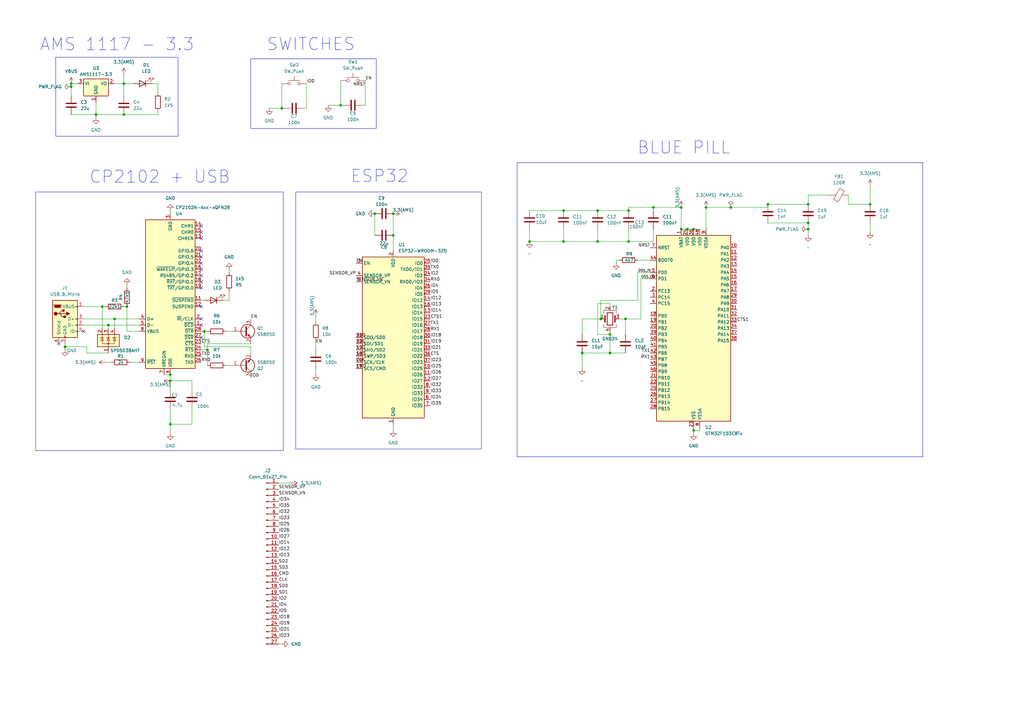
<source format=kicad_sch>
(kicad_sch (version 20250114) (generator "eeschema") (generator_version "9.0")
  (paper "A3")
  (lib_symbols
    (symbol "Connector:Conn_01x27_Pin" (pin_names (offset 1.016) (hide yes))
      (property "Reference" "J" (at 0 35.56 0))
      (property "Value" "Conn_01x27_Pin" (at 0 -35.56 0))
      (symbol "Conn_01x27_Pin_1_1"
        (pin passive line (at 5.08 33.02 180) (length 3.81) (name "Pin_1") (number "1"))
        (pin passive line (at 5.08 30.48 180) (length 3.81) (name "Pin_2") (number "2"))
        (pin passive line (at 5.08 27.94 180) (length 3.81) (name "Pin_3") (number "3"))
        (pin passive line (at 5.08 25.4 180) (length 3.81) (name "Pin_4") (number "4"))
        (pin passive line (at 5.08 22.86 180) (length 3.81) (name "Pin_5") (number "5"))
        (pin passive line (at 5.08 20.32 180) (length 3.81) (name "Pin_6") (number "6"))
        (pin passive line (at 5.08 17.78 180) (length 3.81) (name "Pin_7") (number "7"))
        (pin passive line (at 5.08 15.24 180) (length 3.81) (name "Pin_8") (number "8"))
        (pin passive line (at 5.08 12.7 180) (length 3.81) (name "Pin_9") (number "9"))
        (pin passive line (at 5.08 10.16 180) (length 3.81) (name "Pin_10") (number "10"))
        (pin passive line (at 5.08 7.62 180) (length 3.81) (name "Pin_11") (number "11"))
        (pin passive line (at 5.08 5.08 180) (length 3.81) (name "Pin_12") (number "12"))
        (pin passive line (at 5.08 2.54 180) (length 3.81) (name "Pin_13") (number "13"))
        (pin passive line (at 5.08 0 180) (length 3.81) (name "Pin_14") (number "14"))
        (pin passive line (at 5.08 -2.54 180) (length 3.81) (name "Pin_15") (number "15"))
        (pin passive line (at 5.08 -5.08 180) (length 3.81) (name "Pin_16") (number "16"))
        (pin passive line (at 5.08 -7.62 180) (length 3.81) (name "Pin_17") (number "17"))
        (pin passive line (at 5.08 -10.16 180) (length 3.81) (name "Pin_18") (number "18"))
        (pin passive line (at 5.08 -12.7 180) (length 3.81) (name "Pin_19") (number "19"))
        (pin passive line (at 5.08 -15.24 180) (length 3.81) (name "Pin_20") (number "20"))
        (pin passive line (at 5.08 -17.78 180) (length 3.81) (name "Pin_21") (number "21"))
        (pin passive line (at 5.08 -20.32 180) (length 3.81) (name "Pin_22") (number "22"))
        (pin passive line (at 5.08 -22.86 180) (length 3.81) (name "Pin_23") (number "23"))
        (pin passive line (at 5.08 -25.4 180) (length 3.81) (name "Pin_24") (number "24"))
        (pin passive line (at 5.08 -27.94 180) (length 3.81) (name "Pin_25") (number "25"))
        (pin passive line (at 5.08 -30.48 180) (length 3.81) (name "Pin_26") (number "26"))
        (pin passive line (at 5.08 -33.02 180) (length 3.81) (name "Pin_27") (number "27"))
      )
    )
    (symbol "Connector:USB_B_Micro" (pin_names (offset 1.016))
      (property "Reference" "J" (at -5.08 11.43 0))
      (property "Value" "USB_B_Micro" (at -5.08 8.89 0))
      (symbol "USB_B_Micro_1_1"
        (pin passive line (at -2.54 -10.16 90) (length 2.54) (name "Shield") (number "6"))
        (pin power_out line (at 0 -10.16 90) (length 2.54) (name "GND") (number "5"))
        (pin power_out line (at 7.62 5.08 180) (length 2.54) (name "VBUS") (number "1"))
        (pin bidirectional line (at 7.62 0 180) (length 2.54) (name "D+") (number "3"))
        (pin bidirectional line (at 7.62 -2.54 180) (length 2.54) (name "D-") (number "2"))
        (pin passive line (at 7.62 -5.08 180) (length 2.54) (name "ID") (number "4"))
      )
    )
    (symbol "Device:C" (pin_numbers (hide yes)) (pin_names (offset 0.254))
      (property "Reference" "C" (at 0.635 2.54 0))
      (property "Value" "C" (at 0.635 -2.54 0))
      (symbol "C_1_1"
        (pin passive line (at 0 3.81 270) (length 2.794) (name "~") (number "1"))
        (pin passive line (at 0 -3.81 90) (length 2.794) (name "~") (number "2"))
      )
    )
    (symbol "Device:Crystal_GND24" (pin_names (offset 1.016) (hide yes))
      (property "Reference" "Y" (at 3.175 5.08 0))
      (property "Value" "Crystal_GND24" (at 3.175 3.175 0))
      (symbol "Crystal_GND24_1_1"
        (pin passive line (at -3.81 0 0) (length 1.27) (name "1") (number "1"))
        (pin passive line (at 0 5.08 270) (length 1.27) (name "2") (number "2"))
        (pin passive line (at 0 -5.08 90) (length 1.27) (name "4") (number "4"))
        (pin passive line (at 3.81 0 180) (length 1.27) (name "3") (number "3"))
      )
    )
    (symbol "Device:FerriteBead" (pin_numbers (hide yes)) (pin_names (offset 0))
      (property "Reference" "FB" (at -3.81 0.635 90))
      (property "Value" "FerriteBead" (at 3.81 0 90))
      (symbol "FerriteBead_1_1"
        (pin passive line (at 0 3.81 270) (length 2.54) (name "~") (number "1"))
        (pin passive line (at 0 -3.81 90) (length 2.54) (name "~") (number "2"))
      )
    )
    (symbol "Device:LED" (pin_numbers (hide yes)) (pin_names (offset 1.016) (hide yes))
      (property "Reference" "D" (at 0 2.54 0))
      (property "Value" "LED" (at 0 -2.54 0))
      (symbol "LED_1_1"
        (pin passive line (at -3.81 0 0) (length 2.54) (name "K") (number "1"))
        (pin passive line (at 3.81 0 180) (length 2.54) (name "A") (number "2"))
      )
    )
    (symbol "Device:R" (pin_numbers (hide yes)) (pin_names (offset 0))
      (property "Reference" "R" (at 2.032 0 90))
      (property "Value" "R" (at 0 0 90))
      (symbol "R_1_1"
        (pin passive line (at 0 3.81 270) (length 1.27) (name "~") (number "1"))
        (pin passive line (at 0 -3.81 90) (length 1.27) (name "~") (number "2"))
      )
    )
    (symbol "Interface_USB:CP2102N-Axx-xQFN28"
      (property "Reference" "U" (at -8.89 31.75 0))
      (property "Value" "CP2102N-Axx-xQFN28" (at 12.7 31.75 0))
      (symbol "CP2102N-Axx-xQFN28_1_1"
        (pin input line (at -12.7 27.94 0) (length 2.54) (name "~{RST}") (number "9"))
        (pin input line (at -12.7 15.24 0) (length 2.54) (name "VBUS") (number "8"))
        (pin bidirectional line (at -12.7 12.7 0) (length 2.54) (name "D-") (number "5"))
        (pin bidirectional line (at -12.7 10.16 0) (length 2.54) (name "D+") (number "4"))
        (pin no_connect line (at -10.16 -27.94 0) (length 2.54) (hide yes) (name "NC") (number "10"))
        (pin power_in line (at -2.54 33.02 270) (length 2.54) (name "VREGIN") (number "7"))
        (pin power_in line (at 0 33.02 270) (length 2.54) (name "VDD") (number "6"))
        (pin passive line (at 0 -33.02 90) (length 2.54) (hide yes) (name "GND") (number "29"))
        (pin power_in line (at 0 -33.02 90) (length 2.54) (name "GND") (number "3"))
        (pin output line (at 12.7 27.94 180) (length 2.54) (name "TXD") (number "26"))
        (pin input line (at 12.7 25.4 180) (length 2.54) (name "RXD") (number "25"))
        (pin output line (at 12.7 22.86 180) (length 2.54) (name "~{RTS}") (number "24"))
        (pin input line (at 12.7 20.32 180) (length 2.54) (name "~{CTS}") (number "23"))
        (pin input line (at 12.7 17.78 180) (length 2.54) (name "~{DSR}") (number "27"))
        (pin output line (at 12.7 15.24 180) (length 2.54) (name "~{DTR}") (number "28"))
        (pin input line (at 12.7 12.7 180) (length 2.54) (name "~{DCD}") (number "1"))
        (pin bidirectional line (at 12.7 10.16 180) (length 2.54) (name "~{RI}/CLK") (number "2"))
        (pin output line (at 12.7 5.08 180) (length 2.54) (name "SUSPEND") (number "12"))
        (pin output line (at 12.7 2.54 180) (length 2.54) (name "~{SUSPEND}") (number "11"))
        (pin bidirectional line (at 12.7 -2.54 180) (length 2.54) (name "~{TXT}/GPIO.0") (number "19"))
        (pin bidirectional line (at 12.7 -5.08 180) (length 2.54) (name "~{RXT}/GPIO.1") (number "18"))
        (pin bidirectional line (at 12.7 -7.62 180) (length 2.54) (name "RS485/GPIO.2") (number "17"))
        (pin bidirectional line (at 12.7 -10.16 180) (length 2.54) (name "~{WAKEUP}/GPIO.3") (number "16"))
        (pin bidirectional line (at 12.7 -12.7 180) (length 2.54) (name "GPIO.4") (number "22"))
        (pin bidirectional line (at 12.7 -15.24 180) (length 2.54) (name "GPIO.5") (number "21"))
        (pin bidirectional line (at 12.7 -17.78 180) (length 2.54) (name "GPIO.6") (number "20"))
        (pin output line (at 12.7 -22.86 180) (length 2.54) (name "CHREN") (number "13"))
        (pin output line (at 12.7 -25.4 180) (length 2.54) (name "CHR0") (number "15"))
        (pin output line (at 12.7 -27.94 180) (length 2.54) (name "CHR1") (number "14"))
      )
    )
    (symbol "MCU_ST_STM32F1:STM32F103C8Tx"
      (property "Reference" "U" (at -15.24 39.37 0))
      (property "Value" "STM32F103C8Tx" (at 7.62 39.37 0))
      (symbol "STM32F103C8Tx_1_1"
        (pin input line (at -17.78 33.02 0) (length 2.54) (name "NRST") (number "7"))
        (pin input line (at -17.78 27.94 0) (length 2.54) (name "BOOT0") (number "44"))
        (pin bidirectional line (at -17.78 22.86 0) (length 2.54) (name "PD0") (number "5"))
        (pin bidirectional line (at -17.78 20.32 0) (length 2.54) (name "PD1") (number "6"))
        (pin bidirectional line (at -17.78 15.24 0) (length 2.54) (name "PC13") (number "2"))
        (pin bidirectional line (at -17.78 12.7 0) (length 2.54) (name "PC14") (number "3"))
        (pin bidirectional line (at -17.78 10.16 0) (length 2.54) (name "PC15") (number "4"))
        (pin bidirectional line (at -17.78 5.08 0) (length 2.54) (name "PB0") (number "18"))
        (pin bidirectional line (at -17.78 2.54 0) (length 2.54) (name "PB1") (number "19"))
        (pin bidirectional line (at -17.78 0 0) (length 2.54) (name "PB2") (number "20"))
        (pin bidirectional line (at -17.78 -2.54 0) (length 2.54) (name "PB3") (number "39"))
        (pin bidirectional line (at -17.78 -5.08 0) (length 2.54) (name "PB4") (number "40"))
        (pin bidirectional line (at -17.78 -7.62 0) (length 2.54) (name "PB5") (number "41"))
        (pin bidirectional line (at -17.78 -10.16 0) (length 2.54) (name "PB6") (number "42"))
        (pin bidirectional line (at -17.78 -12.7 0) (length 2.54) (name "PB7") (number "43"))
        (pin bidirectional line (at -17.78 -15.24 0) (length 2.54) (name "PB8") (number "45"))
        (pin bidirectional line (at -17.78 -17.78 0) (length 2.54) (name "PB9") (number "46"))
        (pin bidirectional line (at -17.78 -20.32 0) (length 2.54) (name "PB10") (number "21"))
        (pin bidirectional line (at -17.78 -22.86 0) (length 2.54) (name "PB11") (number "22"))
        (pin bidirectional line (at -17.78 -25.4 0) (length 2.54) (name "PB12") (number "25"))
        (pin bidirectional line (at -17.78 -27.94 0) (length 2.54) (name "PB13") (number "26"))
        (pin bidirectional line (at -17.78 -30.48 0) (length 2.54) (name "PB14") (number "27"))
        (pin bidirectional line (at -17.78 -33.02 0) (length 2.54) (name "PB15") (number "28"))
        (pin power_in line (at -5.08 40.64 270) (length 2.54) (name "VBAT") (number "1"))
        (pin power_in line (at -2.54 40.64 270) (length 2.54) (name "VDD") (number "24"))
        (pin power_in line (at 0 40.64 270) (length 2.54) (name "VDD") (number "36"))
        (pin power_in line (at 0 -40.64 90) (length 2.54) (name "VSS") (number "23"))
        (pin passive line (at 0 -40.64 90) (length 2.54) (hide yes) (name "VSS") (number "35"))
        (pin passive line (at 0 -40.64 90) (length 2.54) (hide yes) (name "VSS") (number "47"))
        (pin power_in line (at 2.54 40.64 270) (length 2.54) (name "VDD") (number "48"))
        (pin power_in line (at 2.54 -40.64 90) (length 2.54) (name "VSSA") (number "8"))
        (pin power_in line (at 5.08 40.64 270) (length 2.54) (name "VDDA") (number "9"))
        (pin bidirectional line (at 17.78 33.02 180) (length 2.54) (name "PA0") (number "10"))
        (pin bidirectional line (at 17.78 30.48 180) (length 2.54) (name "PA1") (number "11"))
        (pin bidirectional line (at 17.78 27.94 180) (length 2.54) (name "PA2") (number "12"))
        (pin bidirectional line (at 17.78 25.4 180) (length 2.54) (name "PA3") (number "13"))
        (pin bidirectional line (at 17.78 22.86 180) (length 2.54) (name "PA4") (number "14"))
        (pin bidirectional line (at 17.78 20.32 180) (length 2.54) (name "PA5") (number "15"))
        (pin bidirectional line (at 17.78 17.78 180) (length 2.54) (name "PA6") (number "16"))
        (pin bidirectional line (at 17.78 15.24 180) (length 2.54) (name "PA7") (number "17"))
        (pin bidirectional line (at 17.78 12.7 180) (length 2.54) (name "PA8") (number "29"))
        (pin bidirectional line (at 17.78 10.16 180) (length 2.54) (name "PA9") (number "30"))
        (pin bidirectional line (at 17.78 7.62 180) (length 2.54) (name "PA10") (number "31"))
        (pin bidirectional line (at 17.78 5.08 180) (length 2.54) (name "PA11") (number "32"))
        (pin bidirectional line (at 17.78 2.54 180) (length 2.54) (name "PA12") (number "33"))
        (pin bidirectional line (at 17.78 0 180) (length 2.54) (name "PA13") (number "34"))
        (pin bidirectional line (at 17.78 -2.54 180) (length 2.54) (name "PA14") (number "37"))
        (pin bidirectional line (at 17.78 -5.08 180) (length 2.54) (name "PA15") (number "38"))
      )
    )
    (symbol "Power_Protection:SP0503BAHT" (pin_names (hide yes))
      (property "Reference" "D" (at 5.715 2.54 0))
      (property "Value" "SP0503BAHT" (at 5.715 0.635 0))
      (symbol "SP0503BAHT_0_0"
        (pin passive line (at 0 -5.08 90) (length 2.54) (name "A") (number "1"))
      )
      (symbol "SP0503BAHT_1_1"
        (pin passive line (at -2.54 5.08 270) (length 2.54) (name "K") (number "2"))
        (pin passive line (at 0 5.08 270) (length 2.54) (name "K") (number "3"))
        (pin passive line (at 2.54 5.08 270) (length 2.54) (name "K") (number "4"))
      )
    )
    (symbol "RF_Module:ESP32-WROOM-32D"
      (property "Reference" "U" (at -12.7 34.29 0))
      (property "Value" "ESP32-WROOM-32D" (at 1.27 34.29 0))
      (symbol "ESP32-WROOM-32D_1_1"
        (pin input line (at -15.24 30.48 0) (length 2.54) (name "EN") (number "3"))
        (pin input line (at -15.24 25.4 0) (length 2.54) (name "SENSOR_VP") (number "4"))
        (pin input line (at -15.24 22.86 0) (length 2.54) (name "SENSOR_VN") (number "5"))
        (pin bidirectional line (at -15.24 0 0) (length 2.54) (name "SDO/SD0") (number "21"))
        (pin bidirectional line (at -15.24 -2.54 0) (length 2.54) (name "SDI/SD1") (number "22"))
        (pin bidirectional line (at -15.24 -5.08 0) (length 2.54) (name "SHD/SD2") (number "17"))
        (pin bidirectional line (at -15.24 -7.62 0) (length 2.54) (name "SWP/SD3") (number "18"))
        (pin bidirectional line (at -15.24 -10.16 0) (length 2.54) (name "SCK/CLK") (number "20"))
        (pin bidirectional line (at -15.24 -12.7 0) (length 2.54) (name "SCS/CMD") (number "19"))
        (pin no_connect line (at -12.7 -27.94 0) (length 2.54) (hide yes) (name "NC") (number "32"))
        (pin power_in line (at 0 35.56 270) (length 2.54) (name "VDD") (number "2"))
        (pin power_in line (at 0 -35.56 90) (length 2.54) (name "GND") (number "1"))
        (pin passive line (at 0 -35.56 90) (length 2.54) (hide yes) (name "GND") (number "15"))
        (pin passive line (at 0 -35.56 90) (length 2.54) (hide yes) (name "GND") (number "38"))
        (pin passive line (at 0 -35.56 90) (length 2.54) (hide yes) (name "GND") (number "39"))
        (pin bidirectional line (at 15.24 30.48 180) (length 2.54) (name "IO0") (number "25"))
        (pin bidirectional line (at 15.24 27.94 180) (length 2.54) (name "TXD0/IO1") (number "35"))
        (pin bidirectional line (at 15.24 25.4 180) (length 2.54) (name "IO2") (number "24"))
        (pin bidirectional line (at 15.24 22.86 180) (length 2.54) (name "RXD0/IO3") (number "34"))
        (pin bidirectional line (at 15.24 20.32 180) (length 2.54) (name "IO4") (number "26"))
        (pin bidirectional line (at 15.24 17.78 180) (length 2.54) (name "IO5") (number "29"))
        (pin bidirectional line (at 15.24 15.24 180) (length 2.54) (name "IO12") (number "14"))
        (pin bidirectional line (at 15.24 12.7 180) (length 2.54) (name "IO13") (number "16"))
        (pin bidirectional line (at 15.24 10.16 180) (length 2.54) (name "IO14") (number "13"))
        (pin bidirectional line (at 15.24 7.62 180) (length 2.54) (name "IO15") (number "23"))
        (pin bidirectional line (at 15.24 5.08 180) (length 2.54) (name "IO16") (number "27"))
        (pin bidirectional line (at 15.24 2.54 180) (length 2.54) (name "IO17") (number "28"))
        (pin bidirectional line (at 15.24 0 180) (length 2.54) (name "IO18") (number "30"))
        (pin bidirectional line (at 15.24 -2.54 180) (length 2.54) (name "IO19") (number "31"))
        (pin bidirectional line (at 15.24 -5.08 180) (length 2.54) (name "IO21") (number "33"))
        (pin bidirectional line (at 15.24 -7.62 180) (length 2.54) (name "IO22") (number "36"))
        (pin bidirectional line (at 15.24 -10.16 180) (length 2.54) (name "IO23") (number "37"))
        (pin bidirectional line (at 15.24 -12.7 180) (length 2.54) (name "IO25") (number "10"))
        (pin bidirectional line (at 15.24 -15.24 180) (length 2.54) (name "IO26") (number "11"))
        (pin bidirectional line (at 15.24 -17.78 180) (length 2.54) (name "IO27") (number "12"))
        (pin bidirectional line (at 15.24 -20.32 180) (length 2.54) (name "IO32") (number "8"))
        (pin bidirectional line (at 15.24 -22.86 180) (length 2.54) (name "IO33") (number "9"))
        (pin input line (at 15.24 -25.4 180) (length 2.54) (name "IO34") (number "6"))
        (pin input line (at 15.24 -27.94 180) (length 2.54) (name "IO35") (number "7"))
      )
    )
    (symbol "Regulator_Linear:AMS1117-3.3"
      (property "Reference" "U" (at -3.81 3.175 0))
      (property "Value" "AMS1117-3.3" (at 0 3.175 0))
      (symbol "AMS1117-3.3_1_1"
        (pin power_in line (at -7.62 0 0) (length 2.54) (name "VI") (number "3"))
        (pin power_in line (at 0 -7.62 90) (length 2.54) (name "GND") (number "1"))
        (pin power_out line (at 7.62 0 180) (length 2.54) (name "VO") (number "2"))
      )
    )
    (symbol "Switch:SW_Push" (pin_numbers (hide yes)) (pin_names (offset 1.016) (hide yes))
      (property "Reference" "SW" (at 1.27 2.54 0))
      (property "Value" "SW_Push" (at 0 -1.524 0))
      (symbol "SW_Push_0_1"
        (pin passive line (at -5.08 0 0) (length 2.54) (name "1") (number "1"))
        (pin passive line (at 5.08 0 180) (length 2.54) (name "2") (number "2"))
      )
    )
    (symbol "Transistor_BJT:SS8050" (pin_names (offset 0) (hide yes))
      (property "Reference" "Q" (at 5.08 1.905 0))
      (property "Value" "SS8050" (at 5.08 0 0))
      (symbol "SS8050_1_1"
        (pin input line (at -5.08 0 0) (length 2.54) (name "B") (number "1"))
        (pin passive line (at 2.54 5.08 270) (length 2.54) (name "C") (number "3"))
        (pin passive line (at 2.54 -5.08 90) (length 2.54) (name "E") (number "2"))
      )
    )
    (symbol "power:+3.3V" (power) (pin_numbers (hide yes)) (pin_names (offset 0) (hide yes))
      (property "Value" "+3.3V" (at 0 3.556 0))
      (symbol "+3.3V_1_1"
        (pin power_in line (at 0 0 90) (length 0) (name "~") (number "1"))
      )
    )
    (symbol "power:GND" (power) (pin_numbers (hide yes)) (pin_names (offset 0) (hide yes))
      (property "Value" "GND" (at 0 -3.81 0))
      (symbol "GND_1_1"
        (pin power_in line (at 0 0 270) (length 0) (name "~") (number "1"))
      )
    )
    (symbol "power:PWR_FLAG" (power) (pin_numbers (hide yes)) (pin_names (offset 0) (hide yes))
      (property "Value" "PWR_FLAG" (at 0 3.81 0))
      (symbol "PWR_FLAG_0_0"
        (pin power_out line (at 0 0 90) (length 0) (name "~") (number "1"))
      )
    )
    (symbol "power:VBUS" (power) (pin_numbers (hide yes)) (pin_names (offset 0) (hide yes))
      (property "Value" "VBUS" (at 0 3.556 0))
      (symbol "VBUS_1_1"
        (pin power_in line (at 0 0 90) (length 0) (name "~") (number "1"))
      )
    )
  )
  (rectangle (start 121.285 78.74) (end 197.485 184.15))
  (rectangle (start 102.87 24.13) (end 154.305 52.705))
  (rectangle (start 212.09 66.675) (end 378.46 187.325))
  (rectangle (start 14.605 78.74) (end 116.205 184.785))
  (rectangle (start 22.86 23.495) (end 73.025 55.88))
  (text "ESP32\n" (at 155.702 72.39 0) (effects (font (size 5 5))))
  (text "CP2102 + USB\n\n" (at 65.532 76.708 0) (effects (font (size 5 5))))
  (text "AMS 1117 - 3.3\n\n" (at 48.006 22.352 0) (effects (font (size 5 5))))
  (text "SWITCHES" (at 127.508 18.288 0) (effects (font (size 5 5))))
  (text "BLUE PILL" (at 280.416 60.706 0) (effects (font (size 5 5))))
  (junction (at 238.76 144.78))
  (junction (at 279.4 93.98))
  (junction (at 217.17 99.06))
  (junction (at 231.14 99.06))
  (junction (at 331.47 91.44))
  (junction (at 115.57 44.45))
  (junction (at 83.82 135.89))
  (junction (at 161.29 96.52))
  (junction (at 250.19 144.78))
  (junction (at 331.47 83.82))
  (junction (at 52.07 125.73))
  (junction (at 231.14 86.36))
  (junction (at 246.38 130.81))
  (junction (at 161.29 87.63))
  (junction (at 267.97 85.09))
  (junction (at 279.4 85.09))
  (junction (at 299.72 85.09))
  (junction (at 29.21 34.29))
  (junction (at 29.21 35.56))
  (junction (at 284.48 176.53))
  (junction (at 41.91 125.73))
  (junction (at 314.96 83.82))
  (junction (at 50.8 46.99))
  (junction (at 284.48 93.98))
  (junction (at 50.8 34.29))
  (junction (at 69.85 153.67))
  (junction (at 281.94 93.98))
  (junction (at 153.67 87.63))
  (junction (at 39.37 46.99))
  (junction (at 256.54 130.81))
  (junction (at 356.87 83.82))
  (junction (at 257.81 99.06))
  (junction (at 26.67 142.24))
  (junction (at 69.85 173.99))
  (junction (at 257.81 86.36))
  (junction (at 139.7 43.18))
  (junction (at 69.85 156.21))
  (junction (at 331.47 93.98))
  (junction (at 245.11 86.36))
  (junction (at 245.11 99.06))
  (junction (at 44.45 133.35))
  (junction (at 46.99 130.81))
  (junction (at 250.19 137.16))
  (junction (at 289.56 85.09))
  (junction (at 85.09 143.51))
  (no_connect (at 82.55 97.79))
  (no_connect (at 34.29 135.89))
  (no_connect (at 82.55 125.73))
  (no_connect (at 82.55 107.95))
  (no_connect (at 82.55 133.35))
  (no_connect (at 82.55 115.57))
  (no_connect (at 82.55 92.71))
  (no_connect (at 82.55 105.41))
  (no_connect (at 24.13 140.97))
  (no_connect (at 82.55 110.49))
  (no_connect (at 82.55 138.43))
  (no_connect (at 82.55 102.87))
  (no_connect (at 82.55 130.81))
  (no_connect (at 82.55 118.11))
  (no_connect (at 82.55 113.03))
  (no_connect (at 82.55 95.25))
  (wire (pts (xy 29.21 35.56) (xy 29.21 39.37)))
  (wire (pts (xy 69.85 156.21) (xy 69.85 160.02)))
  (wire (pts (xy 252.73 106.68) (xy 254 106.68)))
  (wire (pts (xy 289.56 85.09) (xy 289.56 93.98)))
  (wire (pts (xy 356.87 76.2) (xy 356.87 83.82)))
  (wire (pts (xy 83.82 142.24) (xy 102.87 142.24)))
  (wire (pts (xy 238.76 130.81) (xy 238.76 137.16)))
  (wire (pts (xy 26.67 140.97) (xy 26.67 142.24)))
  (wire (pts (xy 114.3 198.12) (xy 119.38 198.12)))
  (wire (pts (xy 50.8 125.73) (xy 52.07 125.73)))
  (wire (pts (xy 250.19 144.78) (xy 256.54 144.78)))
  (wire (pts (xy 231.14 93.98) (xy 231.14 99.06)))
  (wire (pts (xy 83.82 135.89) (xy 83.82 142.24)))
  (wire (pts (xy 217.17 86.36) (xy 231.14 86.36)))
  (wire (pts (xy 284.48 176.53) (xy 287.02 176.53)))
  (wire (pts (xy 257.81 85.09) (xy 257.81 86.36)))
  (wire (pts (xy 52.07 116.84) (xy 52.07 118.11)))
  (wire (pts (xy 245.11 99.06) (xy 245.11 93.98)))
  (wire (pts (xy 46.99 130.81) (xy 57.15 130.81)))
  (wire (pts (xy 82.55 143.51) (xy 85.09 143.51)))
  (wire (pts (xy 129.54 151.13) (xy 129.54 153.67)))
  (wire (pts (xy 161.29 96.52) (xy 161.29 102.87)))
  (wire (pts (xy 52.07 135.89) (xy 57.15 135.89)))
  (wire (pts (xy 93.98 110.49) (xy 93.98 111.76)))
  (wire (pts (xy 267.97 85.09) (xy 257.81 85.09)))
  (wire (pts (xy 262.89 114.3) (xy 266.7 114.3)))
  (wire (pts (xy 347.98 80.01) (xy 347.98 83.82)))
  (wire (pts (xy 125.73 34.29) (xy 125.73 44.45)))
  (wire (pts (xy 52.07 125.73) (xy 52.07 135.89)))
  (wire (pts (xy 299.72 85.09) (xy 314.96 85.09)))
  (wire (pts (xy 267.97 99.06) (xy 267.97 93.98)))
  (wire (pts (xy 281.94 93.98) (xy 284.48 93.98)))
  (wire (pts (xy 287.02 176.53) (xy 287.02 175.26)))
  (wire (pts (xy 26.67 142.24) (xy 35.56 142.24)))
  (wire (pts (xy 261.62 106.68) (xy 266.7 106.68)))
  (wire (pts (xy 238.76 144.78) (xy 250.19 144.78)))
  (wire (pts (xy 245.11 86.36) (xy 257.81 86.36)))
  (wire (pts (xy 64.77 38.1) (xy 64.77 34.29)))
  (wire (pts (xy 246.38 123.19) (xy 246.38 130.81)))
  (wire (pts (xy 34.29 130.81) (xy 46.99 130.81)))
  (wire (pts (xy 356.87 91.44) (xy 356.87 95.25)))
  (wire (pts (xy 331.47 93.98) (xy 331.47 96.52)))
  (wire (pts (xy 161.29 87.63) (xy 161.29 96.52)))
  (wire (pts (xy 261.62 123.19) (xy 246.38 123.19)))
  (wire (pts (xy 314.96 91.44) (xy 331.47 91.44)))
  (wire (pts (xy 254 130.81) (xy 256.54 130.81)))
  (wire (pts (xy 115.57 34.29) (xy 115.57 44.45)))
  (wire (pts (xy 250.19 124.46) (xy 250.19 125.73)))
  (wire (pts (xy 262.89 130.81) (xy 262.89 114.3)))
  (wire (pts (xy 67.31 153.67) (xy 69.85 153.67)))
  (wire (pts (xy 43.18 148.59) (xy 45.72 148.59)))
  (wire (pts (xy 69.85 167.64) (xy 69.85 173.99)))
  (wire (pts (xy 64.77 46.99) (xy 64.77 45.72)))
  (wire (pts (xy 78.74 173.99) (xy 78.74 167.64)))
  (wire (pts (xy 289.56 85.09) (xy 299.72 85.09)))
  (wire (pts (xy 46.99 130.81) (xy 46.99 134.62)))
  (wire (pts (xy 26.67 142.24) (xy 26.67 143.51)))
  (wire (pts (xy 246.38 130.81) (xy 238.76 130.81)))
  (wire (pts (xy 284.48 175.26) (xy 284.48 176.53)))
  (wire (pts (xy 261.62 111.76) (xy 266.7 111.76)))
  (wire (pts (xy 262.89 130.81) (xy 256.54 130.81)))
  (wire (pts (xy 149.86 33.02) (xy 149.86 43.18)))
  (wire (pts (xy 78.74 156.21) (xy 78.74 160.02)))
  (wire (pts (xy 29.21 34.29) (xy 31.75 34.29)))
  (wire (pts (xy 331.47 80.01) (xy 331.47 83.82)))
  (wire (pts (xy 93.98 123.19) (xy 91.44 123.19)))
  (wire (pts (xy 50.8 30.48) (xy 50.8 34.29)))
  (wire (pts (xy 257.81 99.06) (xy 267.97 99.06)))
  (wire (pts (xy 69.85 173.99) (xy 78.74 173.99)))
  (wire (pts (xy 340.36 80.01) (xy 331.47 80.01)))
  (wire (pts (xy 129.54 139.7) (xy 129.54 143.51)))
  (wire (pts (xy 41.91 125.73) (xy 43.18 125.73)))
  (wire (pts (xy 231.14 99.06) (xy 245.11 99.06)))
  (wire (pts (xy 85.09 140.97) (xy 85.09 143.51)))
  (wire (pts (xy 50.8 34.29) (xy 50.8 39.37)))
  (wire (pts (xy 39.37 46.99) (xy 50.8 46.99)))
  (wire (pts (xy 245.11 124.46) (xy 245.11 137.16)))
  (wire (pts (xy 92.71 149.86) (xy 95.25 149.86)))
  (wire (pts (xy 279.4 85.09) (xy 267.97 85.09)))
  (wire (pts (xy 267.97 85.09) (xy 267.97 86.36)))
  (wire (pts (xy 44.45 133.35) (xy 57.15 133.35)))
  (wire (pts (xy 64.77 34.29) (xy 62.23 34.29)))
  (wire (pts (xy 257.81 99.06) (xy 257.81 93.98)))
  (wire (pts (xy 134.62 43.18) (xy 139.7 43.18)))
  (wire (pts (xy 93.98 119.38) (xy 93.98 123.19)))
  (wire (pts (xy 217.17 99.06) (xy 217.17 93.98)))
  (wire (pts (xy 29.21 46.99) (xy 39.37 46.99)))
  (wire (pts (xy 85.09 143.51) (xy 85.09 149.86)))
  (wire (pts (xy 245.11 124.46) (xy 250.19 124.46)))
  (wire (pts (xy 39.37 41.91) (xy 39.37 46.99)))
  (wire (pts (xy 114.3 264.16) (xy 115.57 264.16)))
  (wire (pts (xy 39.37 46.99) (xy 39.37 48.26)))
  (wire (pts (xy 139.7 33.02) (xy 139.7 43.18)))
  (wire (pts (xy 238.76 144.78) (xy 238.76 151.13)))
  (wire (pts (xy 256.54 130.81) (xy 256.54 137.16)))
  (wire (pts (xy 69.85 153.67) (xy 69.85 156.21)))
  (wire (pts (xy 261.62 123.19) (xy 261.62 111.76)))
  (wire (pts (xy 115.57 44.45) (xy 116.84 44.45)))
  (wire (pts (xy 314.96 83.82) (xy 331.47 83.82)))
  (wire (pts (xy 284.48 93.98) (xy 287.02 93.98)))
  (wire (pts (xy 46.99 34.29) (xy 50.8 34.29)))
  (wire (pts (xy 82.55 123.19) (xy 83.82 123.19)))
  (wire (pts (xy 331.47 91.44) (xy 331.47 93.98)))
  (wire (pts (xy 110.49 44.45) (xy 115.57 44.45)))
  (wire (pts (xy 29.21 34.29) (xy 29.21 35.56)))
  (wire (pts (xy 279.4 93.98) (xy 281.94 93.98)))
  (wire (pts (xy 69.85 156.21) (xy 78.74 156.21)))
  (wire (pts (xy 245.11 99.06) (xy 257.81 99.06)))
  (wire (pts (xy 250.19 135.89) (xy 250.19 137.16)))
  (wire (pts (xy 347.98 83.82) (xy 356.87 83.82)))
  (wire (pts (xy 252.73 107.95) (xy 252.73 106.68)))
  (wire (pts (xy 148.59 43.18) (xy 149.86 43.18)))
  (wire (pts (xy 35.56 144.78) (xy 44.45 144.78)))
  (wire (pts (xy 82.55 135.89) (xy 83.82 135.89)))
  (wire (pts (xy 69.85 86.36) (xy 69.85 87.63)))
  (wire (pts (xy 250.19 137.16) (xy 250.19 144.78)))
  (wire (pts (xy 41.91 125.73) (xy 41.91 134.62)))
  (wire (pts (xy 279.4 85.09) (xy 279.4 93.98)))
  (wire (pts (xy 139.7 43.18) (xy 140.97 43.18)))
  (wire (pts (xy 314.96 85.09) (xy 314.96 83.82)))
  (wire (pts (xy 245.11 137.16) (xy 250.19 137.16)))
  (wire (pts (xy 124.46 44.45) (xy 125.73 44.45)))
  (wire (pts (xy 34.29 125.73) (xy 41.91 125.73)))
  (wire (pts (xy 50.8 34.29) (xy 54.61 34.29)))
  (wire (pts (xy 102.87 140.97) (xy 85.09 140.97)))
  (wire (pts (xy 231.14 99.06) (xy 217.17 99.06)))
  (wire (pts (xy 284.48 176.53) (xy 284.48 177.8)))
  (wire (pts (xy 153.67 87.63) (xy 153.67 96.52)))
  (wire (pts (xy 50.8 46.99) (xy 64.77 46.99)))
  (wire (pts (xy 231.14 86.36) (xy 245.11 86.36)))
  (wire (pts (xy 102.87 142.24) (xy 102.87 144.78)))
  (wire (pts (xy 35.56 142.24) (xy 35.56 144.78)))
  (wire (pts (xy 69.85 173.99) (xy 69.85 177.8)))
  (wire (pts (xy 129.54 129.54) (xy 129.54 132.08)))
  (wire (pts (xy 34.29 133.35) (xy 44.45 133.35)))
  (wire (pts (xy 53.34 148.59) (xy 57.15 148.59)))
  (wire (pts (xy 161.29 173.99) (xy 161.29 176.53)))
  (wire (pts (xy 83.82 135.89) (xy 85.09 135.89)))
  (wire (pts (xy 92.71 135.89) (xy 95.25 135.89)))
  (wire (pts (xy 44.45 133.35) (xy 44.45 134.62)))
  (label "IO4" (at 114.3 248.92 0))
  (label "IO12" (at 114.3 226.06 0))
  (label "IO18" (at 176.53 138.43 0))
  (label "SD3" (at 146.05 146.05 0))
  (label "TX0" (at 82.55 146.05 0))
  (label "IO14" (at 176.53 128.27 0))
  (label "IO27" (at 176.53 156.21 0))
  (label "SENSOR_VN" (at 114.3 203.2 0))
  (label "NRST" (at 266.7 101.6 180))
  (label "OSS_OUT" (at 262.89 114.3 0) (effects (font (size 1 1))))
  (label "RX1" (at 176.53 135.89 0))
  (label "IO25" (at 176.53 151.13 0))
  (label "IO27" (at 114.3 220.98 0))
  (label "IO32" (at 114.3 210.82 0))
  (label "CMD" (at 146.05 151.13 0))
  (label "EN" (at 102.87 130.81 0))
  (label "SD1" (at 114.3 243.84 0))
  (label "EN" (at 146.05 107.95 0))
  (label "IO0" (at 125.73 34.29 0))
  (label "IO26" (at 114.3 218.44 0))
  (label "TX1" (at 266.7 144.78 180))
  (label "IO26" (at 176.53 153.67 0))
  (label "CTS1" (at 176.53 130.81 0))
  (label "IO25" (at 114.3 215.9 0))
  (label "SENSOR_VP" (at 146.05 113.03 180))
  (label "IO35" (at 114.3 208.28 0))
  (label "SENSOR_VN" (at 146.05 115.57 0))
  (label "SD0" (at 114.3 241.3 0))
  (label "IO35" (at 176.53 166.37 0))
  (label "IO4" (at 176.53 118.11 0))
  (label "SD0" (at 146.05 138.43 0))
  (label "CTS" (at 82.55 140.97 0))
  (label "RX1" (at 266.7 147.32 180))
  (label "RX0" (at 82.55 148.59 0))
  (label "IO2" (at 114.3 246.38 0))
  (label "IO13" (at 176.53 125.73 0))
  (label "IO18" (at 114.3 254 0))
  (label "IO23" (at 176.53 148.59 0))
  (label "IO33" (at 114.3 213.36 0))
  (label "IO34" (at 114.3 205.74 0))
  (label "IO5" (at 176.53 120.65 0))
  (label "IO14" (at 114.3 223.52 0))
  (label "IO5" (at 114.3 251.46 0))
  (label "CLK" (at 146.05 148.59 0))
  (label "IO23" (at 114.3 261.62 0))
  (label "IO19" (at 114.3 256.54 0))
  (label "CTS1" (at 302.26 132.08 0))
  (label "SD3" (at 114.3 233.68 0))
  (label "IO19" (at 176.53 140.97 0))
  (label "IO2" (at 176.53 113.03 0))
  (label "EN" (at 149.86 33.02 0))
  (label "IO21" (at 114.3 259.08 0))
  (label "IO33" (at 176.53 161.29 0))
  (label "OSS_IN" (at 261.62 111.76 0) (effects (font (size 1 1))))
  (label "SD2" (at 114.3 231.14 0))
  (label "IO21" (at 176.53 143.51 0))
  (label "IO0" (at 102.87 154.94 0))
  (label "CLK" (at 114.3 238.76 0))
  (label "IO32" (at 176.53 158.75 0))
  (label "TX1" (at 176.53 133.35 0))
  (label "CTS" (at 176.53 146.05 0))
  (label "SENSOR_VP" (at 114.3 200.66 0))
  (label "SD1" (at 146.05 140.97 0))
  (label "RX0" (at 176.53 115.57 0))
  (label "IO12" (at 176.53 123.19 0))
  (label "IO13" (at 114.3 228.6 0))
  (label "SD2" (at 146.05 143.51 0))
  (label "IO0" (at 176.53 107.95 0))
  (label "IO34" (at 176.53 163.83 0))
  (label "NRST" (at 149.86 35.56 180))
  (label "EN" (at 129.54 140.97 0))
  (label "TX0" (at 176.53 110.49 0))
  (label "CMD" (at 114.3 236.22 0))
  (symbol (lib_id "power:GND") (at 284.48 177.8 0) (unit 1)
    (property "Reference" "#PWR019" (effects (hide yes)))
    (property "Value" "GND" (at 284.48 182.88 0))
    (property "Description" "Power symbol creates a global label with name \"GND\" , ground" (effects (hide yes)))
  )
  (symbol (lib_id "Device:R") (at 88.9 149.86 90) (unit 1)
    (property "Reference" "R7" (at 88.9 143.51 90))
    (property "Value" "10k" (at 88.9 146.05 90))
    (property "Description" "Resistor" (effects (hide yes)))
  )
  (symbol (lib_id "Device:C") (at 78.74 163.83 0) (unit 1)
    (property "Reference" "C2" (at 80.264 161.798 0) (effects (justify left)))
    (property "Value" "100n" (at 80.772 166.624 0) (effects (justify left)))
    (property "Description" "Unpolarized capacitor" (effects (hide yes)))
  )
  (symbol (lib_id "power:VBUS") (at 279.4 85.09 0) (unit 1)
    (property "Reference" "#PWR016" (effects (hide yes)))
    (property "Value" "3.3(AMS)" (at 277.876 85.344 90) (effects (justify left)))
    (property "Description" "Power symbol creates a global label with name \"VBUS\"" (effects (hide yes)))
  )
  (symbol (lib_id "power:VBUS") (at 129.54 129.54 0) (unit 1)
    (property "Reference" "#PWR012" (effects (hide yes)))
    (property "Value" "3.3(AMS)" (at 128.016 129.794 90) (effects (justify left)))
    (property "Description" "Power symbol creates a global label with name \"VBUS\"" (effects (hide yes)))
  )
  (symbol (lib_id "power:GND") (at 134.62 43.18 0) (unit 1)
    (property "Reference" "#PWR011" (effects (hide yes)))
    (property "Value" "GND" (at 134.62 48.26 0))
    (property "Description" "Power symbol creates a global label with name \"GND\" , ground" (effects (hide yes)))
  )
  (symbol (lib_id "power:GND") (at 26.67 143.51 0) (unit 1)
    (property "Reference" "#PWR05" (effects (hide yes)))
    (property "Value" "GND" (at 29.464 143.764 0))
    (property "Description" "Power symbol creates a global label with name \"GND\" , ground" (effects (hide yes)))
  )
  (symbol (lib_id "Device:C") (at 356.87 87.63 0) (unit 1)
    (property "Reference" "C16" (at 360.68 86.3599 0) (effects (justify left)))
    (property "Value" "1uF" (at 360.68 88.8999 0) (effects (justify left)))
    (property "Footprint" "Capacitor_SMD:C_0402_1005Metric" (effects (hide yes)))
    (property "Description" "Unpolarized capacitor" (effects (hide yes)))
  )
  (symbol (lib_id "power:+3.3V") (at 356.87 76.2 0) (unit 1)
    (property "Reference" "#PWR022" (effects (hide yes)))
    (property "Value" "3.3(AMS)" (at 356.87 71.12 0))
    (property "Description" "Power symbol creates a global label with name \"+3.3V\"" (effects (hide yes)))
  )
  (symbol (lib_id "Device:C") (at 50.8 43.18 0) (unit 1)
    (property "Reference" "C4" (at 54.61 41.9099 0) (effects (justify left)))
    (property "Value" "22u" (at 54.61 44.4499 0) (effects (justify left)))
    (property "Description" "Unpolarized capacitor" (effects (hide yes)))
  )
  (symbol (lib_id "Device:C") (at 238.76 140.97 0) (unit 1)
    (property "Reference" "CL1" (at 242.57 139.6999 0) (effects (justify left)))
    (property "Value" "10pF" (at 242.57 142.2399 0) (effects (justify left)))
    (property "Footprint" "Capacitor_SMD:C_0402_1005Metric" (effects (hide yes)))
    (property "Description" "Unpolarized capacitor" (effects (hide yes)))
  )
  (symbol (lib_id "RF_Module:ESP32-WROOM-32D") (at 161.29 138.43 0) (unit 1)
    (property "Reference" "U1" (at 163.4333 100.33 0) (effects (justify left)))
    (property "Value" "ESP32-WROOM-32D" (at 163.4333 102.87 0) (effects (justify left)))
    (property "Footprint" "RF_Module:ESP32-WROOM-32D" (effects (hide yes)))
    (property "Datasheet" "https://www.espressif.com/sites/default/files/documentation/esp32-wroom-32d_esp32-wroom-32u_datasheet_en.pdf" (effects (hide yes)))
    (property "Description" "RF Module, ESP32-D0WD SoC, Wi-Fi 802.11b/g/n, Bluetooth, BLE, 32-bit, 2.7-3.6V, onboard antenna, SMD" (effects (hide yes)))
  )
  (symbol (lib_id "power:PWR_FLAG") (at 331.47 93.98 90) (unit 1)
    (property "Reference" "#FLG0101" (effects (hide yes)))
    (property "Value" "PWR_FLAG" (at 327.66 93.9799 90) (effects (justify left)))
    (property "Description" "Special symbol for telling ERC where power comes from" (effects (hide yes)))
  )
  (symbol (lib_id "Device:LED") (at 87.63 123.19 180) (unit 1)
    (property "Reference" "D3" (at 89.2175 115.57 0))
    (property "Value" "LED" (at 89.2175 118.11 0))
    (property "Description" "Light emitting diode" (effects (hide yes)))
    (property "Sim.Pins" "1=K 2=A" (effects (hide yes)))
  )
  (symbol (lib_id "power:+3.3V") (at 289.56 85.09 0) (unit 1)
    (property "Reference" "#PWR020" (effects (hide yes)))
    (property "Value" "3.3(AMS)" (at 289.56 80.01 0))
    (property "Description" "Power symbol creates a global label with name \"+3.3V\"" (effects (hide yes)))
  )
  (symbol (lib_id "power:GND") (at 110.49 44.45 0) (unit 1)
    (property "Reference" "#PWR014" (effects (hide yes)))
    (property "Value" "GND" (at 110.49 49.53 0))
    (property "Description" "Power symbol creates a global label with name \"GND\" , ground" (effects (hide yes)))
  )
  (symbol (lib_id "power:GND") (at 52.07 116.84 180) (unit 1)
    (property "Reference" "#PWR06" (effects (hide yes)))
    (property "Value" "GND" (at 52.07 111.76 0))
    (property "Description" "Power symbol creates a global label with name \"GND\" , ground" (effects (hide yes)))
  )
  (symbol (lib_id "Device:Crystal_GND24") (at 250.19 130.81 0) (unit 1)
    (property "Reference" "Y1" (at 252.222 125.984 0))
    (property "Value" "GND24" (at 250.19 138.938 0))
    (property "Footprint" "Crystal:Crystal_SMD_3225-4Pin_3.2x2.5mm" (effects (hide yes)))
    (property "Description" "Four pin crystal, GND on pins 2 and 4" (effects (hide yes)))
  )
  (symbol (lib_id "Device:R") (at 93.98 115.57 0) (mirror x) (unit 1)
    (property "Reference" "R5" (at 96.52 116.8401 0) (effects (justify left)))
    (property "Value" "1k5" (at 96.52 114.3001 0) (effects (justify left)))
    (property "Description" "Resistor" (effects (hide yes)))
  )
  (symbol (lib_id "Device:C") (at 157.48 87.63 90) (unit 1)
    (property "Reference" "C9" (at 156.464 81.28 90))
    (property "Value" "100n" (at 156.464 83.82 90))
    (property "Description" "Unpolarized capacitor" (effects (hide yes)))
  )
  (symbol (lib_id "power:GND") (at 69.85 86.36 180) (unit 1)
    (property "Reference" "#PWR03" (effects (hide yes)))
    (property "Value" "GND" (at 69.85 81.28 0))
    (property "Description" "Power symbol creates a global label with name \"GND\" , ground" (effects (hide yes)))
  )
  (symbol (lib_id "Device:C") (at 69.85 163.83 0) (unit 1)
    (property "Reference" "C1" (at 70.358 162.052 0) (effects (justify left)))
    (property "Value" "4.7u" (at 70.612 166.116 0) (effects (justify left)))
    (property "Description" "Unpolarized capacitor" (effects (hide yes)))
  )
  (symbol (lib_id "Regulator_Linear:AMS1117-3.3") (at 39.37 34.29 0) (unit 1)
    (property "Reference" "U3" (at 39.37 27.94 0))
    (property "Value" "AMS1117-3.3" (at 39.37 30.48 0))
    (property "Footprint" "Package_TO_SOT_SMD:SOT-223-3_TabPin2" (effects (hide yes)))
    (property "Datasheet" "http://www.advanced-monolithic.com/pdf/ds1117.pdf" (effects (hide yes)))
    (property "Description" "1A Low Dropout regulator, positive, 3.3V fixed output, SOT-223" (effects (hide yes)))
  )
  (symbol (lib_id "Device:R") (at 46.99 125.73 90) (unit 1)
    (property "Reference" "R3" (at 46.99 123.19 90))
    (property "Value" "22k1" (at 46.99 125.73 90))
    (property "Description" "Resistor" (effects (hide yes)))
  )
  (symbol (lib_id "power:VBUS") (at 161.29 87.63 270) (unit 1)
    (property "Reference" "#PWR015" (effects (hide yes)))
    (property "Value" "3.3(AMS)" (at 161.036 86.106 90) (effects (justify left)))
    (property "Description" "Power symbol creates a global label with name \"VBUS\"" (effects (hide yes)))
  )
  (symbol (lib_id "Device:C") (at 245.11 90.17 0) (unit 1)
    (property "Reference" "C12" (at 248.92 88.8999 0) (effects (justify left)))
    (property "Value" "100nF" (at 248.92 91.4399 0) (effects (justify left)))
    (property "Footprint" "Capacitor_SMD:C_0402_1005Metric" (effects (hide yes)))
    (property "Description" "Unpolarized capacitor" (effects (hide yes)))
  )
  (symbol (lib_id "Device:C") (at 331.47 87.63 0) (unit 1)
    (property "Reference" "C15" (at 335.28 86.3599 0) (effects (justify left)))
    (property "Value" "1uF" (at 335.28 88.8999 0) (effects (justify left)))
    (property "Footprint" "Capacitor_SMD:C_0402_1005Metric" (effects (hide yes)))
    (property "Description" "Unpolarized capacitor" (effects (hide yes)))
  )
  (symbol (lib_id "power:GND") (at 153.67 87.63 270) (unit 1)
    (property "Reference" "#PWR017" (effects (hide yes)))
    (property "Value" "GND" (at 149.86 87.6299 90) (effects (justify right)))
    (property "Description" "Power symbol creates a global label with name \"GND\" , ground" (effects (hide yes)))
  )
  (symbol (lib_id "power:GND") (at 252.73 107.95 0) (unit 1)
    (property "Reference" "#PWR026" (effects (hide yes)))
    (property "Value" "GND" (at 252.73 113.03 0))
    (property "Description" "Power symbol creates a global label with name \"GND\" , ground" (effects (hide yes)))
  )
  (symbol (lib_id "power:PWR_FLAG") (at 299.72 85.09 0) (unit 1)
    (property "Reference" "#FLG02" (effects (hide yes)))
    (property "Value" "PWR_FLAG" (at 299.72 80.01 0))
    (property "Description" "Special symbol for telling ERC where power comes from" (effects (hide yes)))
  )
  (symbol (lib_id "Device:R") (at 49.53 148.59 90) (unit 1)
    (property "Reference" "R1" (at 49.53 146.05 90))
    (property "Value" "2k" (at 49.53 148.59 90))
    (property "Description" "Resistor" (effects (hide yes)))
  )
  (symbol (lib_id "power:VBUS") (at 43.18 148.59 90) (unit 1)
    (property "Reference" "#PWR04" (effects (hide yes)))
    (property "Value" "3.3(AMS)" (at 39.37 148.5899 90) (effects (justify left)))
    (property "Description" "Power symbol creates a global label with name \"VBUS\"" (effects (hide yes)))
  )
  (symbol (lib_id "Transistor_BJT:SS8050") (at 100.33 135.89 0) (unit 1)
    (property "Reference" "Q1" (at 105.41 134.6199 0) (effects (justify left)))
    (property "Value" "SS8050" (at 105.41 137.1599 0) (effects (justify left)))
    (property "Footprint" "Package_TO_SOT_SMD:SOT-23" (effects (hide yes)))
    (property "Datasheet" "http://www.secosgmbh.com/datasheet/products/SSMPTransistor/SOT-23/SS8050.pdf" (effects (hide yes)))
    (property "Description" "General Purpose NPN Transistor, 1.5A Ic, 25V Vce, SOT-23" (effects (hide yes)))
  )
  (symbol (lib_id "power:GND") (at 217.17 99.06 0) (unit 1)
    (property "Reference" "#PWR025" (effects (hide yes)))
    (property "Value" "~" (at 217.17 104.14 0))
    (property "Description" "Power symbol creates a global label with name \"GND\" , ground" (effects (hide yes)))
  )
  (symbol (lib_id "power:PWR_FLAG") (at 29.21 35.56 90) (unit 1)
    (property "Reference" "#FLG03" (effects (hide yes)))
    (property "Value" "PWR_FLAG" (at 25.4 35.5599 90) (effects (justify left)))
    (property "Description" "Special symbol for telling ERC where power comes from" (effects (hide yes)))
  )
  (symbol (lib_id "Device:C") (at 314.96 87.63 0) (unit 1)
    (property "Reference" "C14" (at 318.77 86.3599 0) (effects (justify left)))
    (property "Value" "1nF" (at 318.77 88.8999 0) (effects (justify left)))
    (property "Footprint" "Capacitor_SMD:C_0402_1005Metric" (effects (hide yes)))
    (property "Description" "Unpolarized capacitor" (effects (hide yes)))
  )
  (symbol (lib_id "Device:C") (at 157.48 96.52 90) (unit 1)
    (property "Reference" "C8" (at 157.48 101.346 90))
    (property "Value" "22u" (at 157.48 99.822 90))
    (property "Description" "Unpolarized capacitor" (effects (hide yes)))
  )
  (symbol (lib_id "power:GND") (at 356.87 95.25 0) (unit 1)
    (property "Reference" "#PWR023" (effects (hide yes)))
    (property "Value" "~" (at 356.87 100.33 0))
    (property "Description" "Power symbol creates a global label with name \"GND\" , ground" (effects (hide yes)))
  )
  (symbol (lib_id "power:GND") (at 69.85 177.8 0) (unit 1)
    (property "Reference" "#PWR02" (effects (hide yes)))
    (property "Value" "GND" (at 69.85 182.88 0))
    (property "Description" "Power symbol creates a global label with name \"GND\" , ground" (effects (hide yes)))
  )
  (symbol (lib_id "Device:R") (at 88.9 135.89 90) (unit 1)
    (property "Reference" "R6" (at 88.9 129.54 90))
    (property "Value" "10k" (at 88.9 132.08 90))
    (property "Description" "Resistor" (effects (hide yes)))
  )
  (symbol (lib_id "Interface_USB:CP2102N-Axx-xQFN28") (at 69.85 120.65 0) (mirror x) (unit 1)
    (property "Reference" "U4" (at 71.9933 87.63 0) (effects (justify left)))
    (property "Value" "CP2102N-Axx-xQFN28" (at 71.9933 85.09 0) (effects (justify left)))
    (property "Footprint" "Package_DFN_QFN:QFN-28-1EP_5x5mm_P0.5mm_EP3.35x3.35mm" (effects (hide yes)))
    (property "Datasheet" "https://www.silabs.com/documents/public/data-sheets/cp2102n-datasheet.pdf" (effects (hide yes)))
    (property "Description" "USB to UART master bridge, QFN-28" (effects (hide yes)))
  )
  (symbol (lib_id "power:GND") (at 93.98 110.49 0) (mirror x) (unit 1)
    (property "Reference" "#PWR010" (effects (hide yes)))
    (property "Value" "GND" (at 93.98 105.41 0))
    (property "Description" "Power symbol creates a global label with name \"GND\" , ground" (effects (hide yes)))
  )
  (symbol (lib_id "MCU_ST_STM32F1:STM32F103C8Tx") (at 284.48 134.62 0) (unit 1)
    (property "Reference" "U2" (at 289.1633 175.26 0) (effects (justify left)))
    (property "Value" "STM32F103C8Tx" (at 289.1633 177.8 0) (effects (justify left)))
    (property "Footprint" "Package_QFP:LQFP-48_7x7mm_P0.5mm" (effects (hide yes)))
    (property "Datasheet" "https://www.st.com/resource/en/datasheet/stm32f103c8.pdf" (effects (hide yes)))
    (property "Description" "STMicroelectronics Arm Cortex-M3 MCU, 64KB flash, 20KB RAM, 72 MHz, 2.0-3.6V, 37 GPIO, LQFP48" (effects (hide yes)))
  )
  (symbol (lib_id "Device:FerriteBead") (at 344.17 80.01 90) (unit 1)
    (property "Reference" "FB1" (at 344.1192 72.39 90))
    (property "Value" "120R" (at 344.1192 74.93 90))
    (property "Footprint" "Inductor_SMD:L_0603_1608Metric" (effects (hide yes)))
    (property "Description" "Ferrite bead" (effects (hide yes)))
  )
  (symbol (lib_id "Connector:USB_B_Micro") (at 26.67 130.81 0) (unit 1)
    (property "Reference" "J1" (at 26.67 118.11 0))
    (property "Value" "USB_B_Micro" (at 26.67 120.65 0))
    (property "Description" "USB Micro Type B connector" (effects (hide yes)))
  )
  (symbol (lib_id "power:GND") (at 161.29 176.53 0) (unit 1)
    (property "Reference" "#PWR018" (effects (hide yes)))
    (property "Value" "GND" (at 161.29 181.61 0))
    (property "Description" "Power symbol creates a global label with name \"GND\" , ground" (effects (hide yes)))
  )
  (symbol (lib_id "Device:C") (at 256.54 140.97 0) (unit 1)
    (property "Reference" "CL2" (at 260.35 139.6999 0) (effects (justify left)))
    (property "Value" "10pF" (at 260.35 142.2399 0) (effects (justify left)))
    (property "Footprint" "Capacitor_SMD:C_0402_1005Metric" (effects (hide yes)))
    (property "Description" "Unpolarized capacitor" (effects (hide yes)))
  )
  (symbol (lib_id "Device:C") (at 29.21 43.18 0) (unit 1)
    (property "Reference" "C3" (at 33.02 41.9099 0) (effects (justify left)))
    (property "Value" "22u" (at 33.02 44.4499 0) (effects (justify left)))
    (property "Description" "Unpolarized capacitor" (effects (hide yes)))
  )
  (symbol (lib_id "power:VBUS") (at 50.8 30.48 0) (unit 1)
    (property "Reference" "#PWR09" (effects (hide yes)))
    (property "Value" "3.3(AMS)" (at 50.8 25.4 0))
    (property "Description" "Power symbol creates a global label with name \"VBUS\"" (effects (hide yes)))
  )
  (symbol (lib_id "Connector:Conn_01x27_Pin") (at 109.22 231.14 0) (unit 1)
    (property "Reference" "J2" (at 109.855 193.04 0))
    (property "Value" "Conn_01x27_Pin" (at 109.855 195.58 0))
    (property "Description" "Generic connector, single row, 01x27, script generated" (effects (hide yes)))
  )
  (symbol (lib_id "Device:R") (at 52.07 121.92 180) (unit 1)
    (property "Reference" "R4" (at 49.53 121.92 90))
    (property "Value" "47k5" (at 52.07 121.92 90))
    (property "Description" "Resistor" (effects (hide yes)))
  )
  (symbol (lib_id "Device:C") (at 257.81 90.17 0) (unit 1)
    (property "Reference" "C13" (at 260.35 91.186 0) (effects (justify left)))
    (property "Value" "100nF" (at 258.064 92.964 0) (effects (justify left)))
    (property "Footprint" "Capacitor_SMD:C_0402_1005Metric" (effects (hide yes)))
    (property "Description" "Unpolarized capacitor" (effects (hide yes)))
  )
  (symbol (lib_id "power:GND") (at 115.57 264.16 90) (unit 1)
    (property "Reference" "#PWR028" (effects (hide yes)))
    (property "Value" "GND" (at 119.38 264.1599 90) (effects (justify right)))
    (property "Description" "Power symbol creates a global label with name \"GND\" , ground" (effects (hide yes)))
  )
  (symbol (lib_id "power:GND") (at 39.37 48.26 0) (unit 1)
    (property "Reference" "#PWR07" (effects (hide yes)))
    (property "Value" "GND" (at 39.37 53.34 0))
    (property "Description" "Power symbol creates a global label with name \"GND\" , ground" (effects (hide yes)))
  )
  (symbol (lib_id "Device:C") (at 231.14 90.17 0) (unit 1)
    (property "Reference" "C11" (at 234.95 88.8999 0) (effects (justify left)))
    (property "Value" "100nF" (at 234.95 91.4399 0) (effects (justify left)))
    (property "Footprint" "Capacitor_SMD:C_0402_1005Metric" (effects (hide yes)))
    (property "Description" "Unpolarized capacitor" (effects (hide yes)))
  )
  (symbol (lib_id "Device:LED") (at 58.42 34.29 180) (unit 1)
    (property "Reference" "D1" (at 60.0075 26.67 0))
    (property "Value" "LED" (at 60.0075 29.21 0))
    (property "Description" "Light emitting diode" (effects (hide yes)))
    (property "Sim.Pins" "1=K 2=A" (effects (hide yes)))
  )
  (symbol (lib_id "Device:R") (at 257.81 106.68 90) (unit 1)
    (property "Reference" "R9" (at 258.064 104.14 90))
    (property "Value" "4k7" (at 258.064 106.68 90))
    (property "Description" "Resistor" (effects (hide yes)))
  )
  (symbol (lib_id "power:GND") (at 129.54 153.67 0) (unit 1)
    (property "Reference" "#PWR013" (effects (hide yes)))
    (property "Value" "GND" (at 129.54 158.75 0))
    (property "Description" "Power symbol creates a global label with name \"GND\" , ground" (effects (hide yes)))
  )
  (symbol (lib_id "power:GND") (at 238.76 151.13 0) (unit 1)
    (property "Reference" "#PWR024" (effects (hide yes)))
    (property "Value" "~" (at 238.76 156.21 0))
    (property "Description" "Power symbol creates a global label with name \"GND\" , ground" (effects (hide yes)))
  )
  (symbol (lib_id "Device:C") (at 217.17 90.17 0) (unit 1)
    (property "Reference" "C10" (at 219.71 88.646 0) (effects (justify left)))
    (property "Value" "10uF" (at 219.71 91.186 0) (effects (justify left)))
    (property "Footprint" "Capacitor_SMD:C_0402_1005Metric" (effects (hide yes)))
    (property "Description" "Unpolarized capacitor" (effects (hide yes)))
  )
  (symbol (lib_id "Device:R") (at 129.54 135.89 0) (unit 1)
    (property "Reference" "R8" (at 132.08 134.6199 0) (effects (justify left)))
    (property "Value" "10k" (at 132.08 137.1599 0) (effects (justify left)))
    (property "Description" "Resistor" (effects (hide yes)))
  )
  (symbol (lib_id "Power_Protection:SP0503BAHT") (at 44.45 139.7 0) (unit 1)
    (property "Reference" "D2" (at 50.8 138.4299 0) (effects (justify left)))
    (property "Value" "SP0503BAHT" (at 45.212 143.764 0) (effects (justify left)))
    (property "Footprint" "Package_TO_SOT_SMD:SOT-143" (effects (hide yes)))
    (property "Datasheet" "http://www.littelfuse.com/~/media/files/littelfuse/technical%20resources/documents/data%20sheets/sp05xxba.pdf" (effects (hide yes)))
    (property "Description" "TVS Diode Array, 5.5V Standoff, 3 Channels, SOT-143 package" (effects (hide yes)))
  )
  (symbol (lib_id "Switch:SW_Push") (at 144.78 33.02 0) (unit 1)
    (property "Reference" "SW1" (at 144.78 25.4 0))
    (property "Value" "SW_Push" (at 144.78 27.94 0))
    (property "Description" "Push button switch, generic, two pins" (effects (hide yes)))
  )
  (symbol (lib_id "power:GND") (at 331.47 96.52 0) (unit 1)
    (property "Reference" "#PWR021" (effects (hide yes)))
    (property "Value" "~" (at 331.47 101.6 0))
    (property "Description" "Power symbol creates a global label with name \"GND\" , ground" (effects (hide yes)))
  )
  (symbol (lib_id "Switch:SW_Push") (at 120.65 34.29 0) (unit 1)
    (property "Reference" "SW2" (at 120.65 26.67 0))
    (property "Value" "SW_Push" (at 120.65 29.21 0))
    (property "Description" "Push button switch, generic, two pins" (effects (hide yes)))
  )
  (symbol (lib_id "Device:R") (at 64.77 41.91 0) (unit 1)
    (property "Reference" "R2" (at 67.31 40.6399 0) (effects (justify left)))
    (property "Value" "1k5" (at 67.31 43.1799 0) (effects (justify left)))
    (property "Description" "Resistor" (effects (hide yes)))
  )
  (symbol (lib_id "Transistor_BJT:SS8050") (at 100.33 149.86 0) (mirror x) (unit 1)
    (property "Reference" "Q2" (at 105.41 151.1301 0) (effects (justify left)))
    (property "Value" "SS8050" (at 105.41 148.5901 0) (effects (justify left)))
    (property "Footprint" "Package_TO_SOT_SMD:SOT-23" (effects (hide yes)))
    (property "Datasheet" "http://www.secosgmbh.com/datasheet/products/SSMPTransistor/SOT-23/SS8050.pdf" (effects (hide yes)))
    (property "Description" "General Purpose NPN Transistor, 1.5A Ic, 25V Vce, SOT-23" (effects (hide yes)))
  )
  (symbol (lib_id "Device:C") (at 129.54 147.32 0) (unit 1)
    (property "Reference" "C6" (at 133.35 146.0499 0) (effects (justify left)))
    (property "Value" "100n" (at 133.35 148.5899 0) (effects (justify left)))
    (property "Description" "Unpolarized capacitor" (effects (hide yes)))
  )
  (symbol (lib_id "power:VBUS") (at 69.85 156.21 90) (unit 1)
    (property "Reference" "#PWR01" (effects (hide yes)))
    (property "Value" "3.3(AMS)" (at 70.104 157.734 90) (effects (justify left)))
    (property "Description" "Power symbol creates a global label with name \"VBUS\"" (effects (hide yes)))
  )
  (symbol (lib_id "power:VBUS") (at 29.21 34.29 0) (unit 1)
    (property "Reference" "#PWR08" (effects (hide yes)))
    (property "Value" "VBUS" (at 29.21 29.21 0))
    (property "Description" "Power symbol creates a global label with name \"VBUS\"" (effects (hide yes)))
  )
  (symbol (lib_id "power:VBUS") (at 119.38 198.12 270) (mirror x) (unit 1)
    (property "Reference" "#PWR027" (effects (hide yes)))
    (property "Value" "3.3(AMS)" (at 123.19 198.1199 90) (effects (justify left)))
    (property "Description" "Power symbol creates a global label with name \"VBUS\"" (effects (hide yes)))
  )
  (symbol (lib_id "Device:C") (at 144.78 43.18 90) (unit 1)
    (property "Reference" "C5" (at 144.78 46.482 90))
    (property "Value" "100n" (at 144.78 49.022 90))
    (property "Description" "Unpolarized capacitor" (effects (hide yes)))
  )
  (symbol (lib_id "Device:C") (at 120.65 44.45 90) (unit 1)
    (property "Reference" "C7" (at 120.65 47.752 90))
    (property "Value" "100n" (at 120.65 50.292 90))
    (property "Description" "Unpolarized capacitor" (effects (hide yes)))
  )
  (symbol (lib_id "Device:C") (at 267.97 90.17 0) (unit 1)
    (property "Reference" "C11" (at 271.78 88.8999 0) (effects (justify left)))
    (property "Value" "100nF" (at 271.78 91.4399 0) (effects (justify left)))
    (property "Footprint" "Capacitor_SMD:C_0402_1005Metric" (effects (hide yes)))
    (property "Description" "Unpolarized capacitor" (effects (hide yes)))
  )
)
</source>
